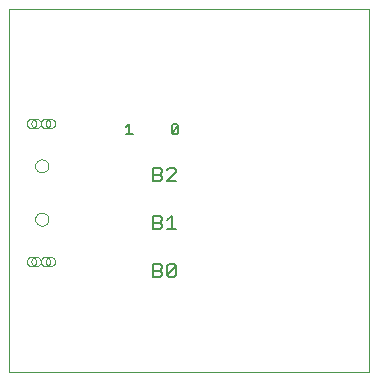
<source format=gto>
G75*
%MOIN*%
%OFA0B0*%
%FSLAX24Y24*%
%IPPOS*%
%LPD*%
%AMOC8*
5,1,8,0,0,1.08239X$1,22.5*
%
%ADD10C,0.0000*%
%ADD11C,0.0060*%
%ADD12C,0.0050*%
D10*
X006019Y000180D02*
X006019Y012267D01*
X018027Y012267D01*
X018027Y000180D01*
X006019Y000180D01*
X006609Y003856D02*
X006611Y003881D01*
X006617Y003905D01*
X006626Y003927D01*
X006639Y003948D01*
X006655Y003967D01*
X006674Y003983D01*
X006695Y003996D01*
X006717Y004005D01*
X006741Y004011D01*
X006766Y004013D01*
X006791Y004011D01*
X006815Y004005D01*
X006837Y003996D01*
X006858Y003983D01*
X006877Y003967D01*
X006893Y003948D01*
X006906Y003927D01*
X006915Y003905D01*
X006921Y003881D01*
X006923Y003856D01*
X006921Y003831D01*
X006915Y003807D01*
X006906Y003785D01*
X006893Y003764D01*
X006877Y003745D01*
X006858Y003729D01*
X006837Y003716D01*
X006815Y003707D01*
X006791Y003701D01*
X006766Y003699D01*
X006741Y003701D01*
X006717Y003707D01*
X006695Y003716D01*
X006674Y003729D01*
X006655Y003745D01*
X006639Y003764D01*
X006626Y003785D01*
X006617Y003807D01*
X006611Y003831D01*
X006609Y003856D01*
X006766Y003856D02*
X006768Y003881D01*
X006774Y003905D01*
X006783Y003927D01*
X006796Y003948D01*
X006812Y003967D01*
X006831Y003983D01*
X006852Y003996D01*
X006874Y004005D01*
X006898Y004011D01*
X006923Y004013D01*
X006948Y004011D01*
X006972Y004005D01*
X006994Y003996D01*
X007015Y003983D01*
X007034Y003967D01*
X007050Y003948D01*
X007063Y003927D01*
X007072Y003905D01*
X007078Y003881D01*
X007080Y003856D01*
X007078Y003831D01*
X007072Y003807D01*
X007063Y003785D01*
X007050Y003764D01*
X007034Y003745D01*
X007015Y003729D01*
X006994Y003716D01*
X006972Y003707D01*
X006948Y003701D01*
X006923Y003699D01*
X006898Y003701D01*
X006874Y003707D01*
X006852Y003716D01*
X006831Y003729D01*
X006812Y003745D01*
X006796Y003764D01*
X006783Y003785D01*
X006774Y003807D01*
X006768Y003831D01*
X006766Y003856D01*
X007081Y003856D02*
X007083Y003881D01*
X007089Y003905D01*
X007098Y003927D01*
X007111Y003948D01*
X007127Y003967D01*
X007146Y003983D01*
X007167Y003996D01*
X007189Y004005D01*
X007213Y004011D01*
X007238Y004013D01*
X007263Y004011D01*
X007287Y004005D01*
X007309Y003996D01*
X007330Y003983D01*
X007349Y003967D01*
X007365Y003948D01*
X007378Y003927D01*
X007387Y003905D01*
X007393Y003881D01*
X007395Y003856D01*
X007393Y003831D01*
X007387Y003807D01*
X007378Y003785D01*
X007365Y003764D01*
X007349Y003745D01*
X007330Y003729D01*
X007309Y003716D01*
X007287Y003707D01*
X007263Y003701D01*
X007238Y003699D01*
X007213Y003701D01*
X007189Y003707D01*
X007167Y003716D01*
X007146Y003729D01*
X007127Y003745D01*
X007111Y003764D01*
X007098Y003785D01*
X007089Y003807D01*
X007083Y003831D01*
X007081Y003856D01*
X007239Y003856D02*
X007241Y003881D01*
X007247Y003905D01*
X007256Y003927D01*
X007269Y003948D01*
X007285Y003967D01*
X007304Y003983D01*
X007325Y003996D01*
X007347Y004005D01*
X007371Y004011D01*
X007396Y004013D01*
X007421Y004011D01*
X007445Y004005D01*
X007467Y003996D01*
X007488Y003983D01*
X007507Y003967D01*
X007523Y003948D01*
X007536Y003927D01*
X007545Y003905D01*
X007551Y003881D01*
X007553Y003856D01*
X007551Y003831D01*
X007545Y003807D01*
X007536Y003785D01*
X007523Y003764D01*
X007507Y003745D01*
X007488Y003729D01*
X007467Y003716D01*
X007445Y003707D01*
X007421Y003701D01*
X007396Y003699D01*
X007371Y003701D01*
X007347Y003707D01*
X007325Y003716D01*
X007304Y003729D01*
X007285Y003745D01*
X007269Y003764D01*
X007256Y003785D01*
X007247Y003807D01*
X007241Y003831D01*
X007239Y003856D01*
X006892Y005273D02*
X006894Y005302D01*
X006900Y005330D01*
X006909Y005358D01*
X006922Y005384D01*
X006939Y005407D01*
X006958Y005429D01*
X006980Y005448D01*
X007005Y005463D01*
X007031Y005476D01*
X007059Y005484D01*
X007087Y005489D01*
X007116Y005490D01*
X007145Y005487D01*
X007173Y005480D01*
X007200Y005470D01*
X007226Y005456D01*
X007249Y005439D01*
X007270Y005419D01*
X007288Y005396D01*
X007303Y005371D01*
X007314Y005344D01*
X007322Y005316D01*
X007326Y005287D01*
X007326Y005259D01*
X007322Y005230D01*
X007314Y005202D01*
X007303Y005175D01*
X007288Y005150D01*
X007270Y005127D01*
X007249Y005107D01*
X007226Y005090D01*
X007200Y005076D01*
X007173Y005066D01*
X007145Y005059D01*
X007116Y005056D01*
X007087Y005057D01*
X007059Y005062D01*
X007031Y005070D01*
X007005Y005083D01*
X006980Y005098D01*
X006958Y005117D01*
X006939Y005139D01*
X006922Y005162D01*
X006909Y005188D01*
X006900Y005216D01*
X006894Y005244D01*
X006892Y005273D01*
X006892Y007045D02*
X006894Y007074D01*
X006900Y007102D01*
X006909Y007130D01*
X006922Y007156D01*
X006939Y007179D01*
X006958Y007201D01*
X006980Y007220D01*
X007005Y007235D01*
X007031Y007248D01*
X007059Y007256D01*
X007087Y007261D01*
X007116Y007262D01*
X007145Y007259D01*
X007173Y007252D01*
X007200Y007242D01*
X007226Y007228D01*
X007249Y007211D01*
X007270Y007191D01*
X007288Y007168D01*
X007303Y007143D01*
X007314Y007116D01*
X007322Y007088D01*
X007326Y007059D01*
X007326Y007031D01*
X007322Y007002D01*
X007314Y006974D01*
X007303Y006947D01*
X007288Y006922D01*
X007270Y006899D01*
X007249Y006879D01*
X007226Y006862D01*
X007200Y006848D01*
X007173Y006838D01*
X007145Y006831D01*
X007116Y006828D01*
X007087Y006829D01*
X007059Y006834D01*
X007031Y006842D01*
X007005Y006855D01*
X006980Y006870D01*
X006958Y006889D01*
X006939Y006911D01*
X006922Y006934D01*
X006909Y006960D01*
X006900Y006988D01*
X006894Y007016D01*
X006892Y007045D01*
X006766Y008462D02*
X006768Y008487D01*
X006774Y008511D01*
X006783Y008533D01*
X006796Y008554D01*
X006812Y008573D01*
X006831Y008589D01*
X006852Y008602D01*
X006874Y008611D01*
X006898Y008617D01*
X006923Y008619D01*
X006948Y008617D01*
X006972Y008611D01*
X006994Y008602D01*
X007015Y008589D01*
X007034Y008573D01*
X007050Y008554D01*
X007063Y008533D01*
X007072Y008511D01*
X007078Y008487D01*
X007080Y008462D01*
X007078Y008437D01*
X007072Y008413D01*
X007063Y008391D01*
X007050Y008370D01*
X007034Y008351D01*
X007015Y008335D01*
X006994Y008322D01*
X006972Y008313D01*
X006948Y008307D01*
X006923Y008305D01*
X006898Y008307D01*
X006874Y008313D01*
X006852Y008322D01*
X006831Y008335D01*
X006812Y008351D01*
X006796Y008370D01*
X006783Y008391D01*
X006774Y008413D01*
X006768Y008437D01*
X006766Y008462D01*
X006609Y008462D02*
X006611Y008487D01*
X006617Y008511D01*
X006626Y008533D01*
X006639Y008554D01*
X006655Y008573D01*
X006674Y008589D01*
X006695Y008602D01*
X006717Y008611D01*
X006741Y008617D01*
X006766Y008619D01*
X006791Y008617D01*
X006815Y008611D01*
X006837Y008602D01*
X006858Y008589D01*
X006877Y008573D01*
X006893Y008554D01*
X006906Y008533D01*
X006915Y008511D01*
X006921Y008487D01*
X006923Y008462D01*
X006921Y008437D01*
X006915Y008413D01*
X006906Y008391D01*
X006893Y008370D01*
X006877Y008351D01*
X006858Y008335D01*
X006837Y008322D01*
X006815Y008313D01*
X006791Y008307D01*
X006766Y008305D01*
X006741Y008307D01*
X006717Y008313D01*
X006695Y008322D01*
X006674Y008335D01*
X006655Y008351D01*
X006639Y008370D01*
X006626Y008391D01*
X006617Y008413D01*
X006611Y008437D01*
X006609Y008462D01*
X007081Y008462D02*
X007083Y008487D01*
X007089Y008511D01*
X007098Y008533D01*
X007111Y008554D01*
X007127Y008573D01*
X007146Y008589D01*
X007167Y008602D01*
X007189Y008611D01*
X007213Y008617D01*
X007238Y008619D01*
X007263Y008617D01*
X007287Y008611D01*
X007309Y008602D01*
X007330Y008589D01*
X007349Y008573D01*
X007365Y008554D01*
X007378Y008533D01*
X007387Y008511D01*
X007393Y008487D01*
X007395Y008462D01*
X007393Y008437D01*
X007387Y008413D01*
X007378Y008391D01*
X007365Y008370D01*
X007349Y008351D01*
X007330Y008335D01*
X007309Y008322D01*
X007287Y008313D01*
X007263Y008307D01*
X007238Y008305D01*
X007213Y008307D01*
X007189Y008313D01*
X007167Y008322D01*
X007146Y008335D01*
X007127Y008351D01*
X007111Y008370D01*
X007098Y008391D01*
X007089Y008413D01*
X007083Y008437D01*
X007081Y008462D01*
X007239Y008462D02*
X007241Y008487D01*
X007247Y008511D01*
X007256Y008533D01*
X007269Y008554D01*
X007285Y008573D01*
X007304Y008589D01*
X007325Y008602D01*
X007347Y008611D01*
X007371Y008617D01*
X007396Y008619D01*
X007421Y008617D01*
X007445Y008611D01*
X007467Y008602D01*
X007488Y008589D01*
X007507Y008573D01*
X007523Y008554D01*
X007536Y008533D01*
X007545Y008511D01*
X007551Y008487D01*
X007553Y008462D01*
X007551Y008437D01*
X007545Y008413D01*
X007536Y008391D01*
X007523Y008370D01*
X007507Y008351D01*
X007488Y008335D01*
X007467Y008322D01*
X007445Y008313D01*
X007421Y008307D01*
X007396Y008305D01*
X007371Y008307D01*
X007347Y008313D01*
X007325Y008322D01*
X007304Y008335D01*
X007285Y008351D01*
X007269Y008370D01*
X007256Y008391D01*
X007247Y008413D01*
X007241Y008437D01*
X007239Y008462D01*
D11*
X009919Y008334D02*
X010033Y008448D01*
X010033Y008108D01*
X010146Y008108D02*
X009919Y008108D01*
X011439Y008160D02*
X011666Y008387D01*
X011666Y008160D01*
X011609Y008104D01*
X011496Y008104D01*
X011439Y008160D01*
X011439Y008387D01*
X011496Y008444D01*
X011609Y008444D01*
X011666Y008387D01*
D12*
X011512Y006978D02*
X011362Y006978D01*
X011287Y006903D01*
X011127Y006903D02*
X011127Y006828D01*
X011052Y006753D01*
X010827Y006753D01*
X011052Y006753D02*
X011127Y006678D01*
X011127Y006603D01*
X011052Y006528D01*
X010827Y006528D01*
X010827Y006978D01*
X011052Y006978D01*
X011127Y006903D01*
X011512Y006978D02*
X011587Y006903D01*
X011587Y006828D01*
X011287Y006528D01*
X011587Y006528D01*
X011437Y005381D02*
X011437Y004931D01*
X011287Y004931D02*
X011587Y004931D01*
X011287Y005231D02*
X011437Y005381D01*
X011127Y005306D02*
X011127Y005231D01*
X011052Y005156D01*
X010827Y005156D01*
X011052Y005156D02*
X011127Y005081D01*
X011127Y005006D01*
X011052Y004931D01*
X010827Y004931D01*
X010827Y005381D01*
X011052Y005381D01*
X011127Y005306D01*
X011052Y003784D02*
X010827Y003784D01*
X010827Y003334D01*
X011052Y003334D01*
X011127Y003409D01*
X011127Y003484D01*
X011052Y003559D01*
X010827Y003559D01*
X011052Y003559D02*
X011127Y003634D01*
X011127Y003709D01*
X011052Y003784D01*
X011287Y003709D02*
X011362Y003784D01*
X011512Y003784D01*
X011587Y003709D01*
X011287Y003409D01*
X011362Y003334D01*
X011512Y003334D01*
X011587Y003409D01*
X011587Y003709D01*
X011287Y003709D02*
X011287Y003409D01*
M02*

</source>
